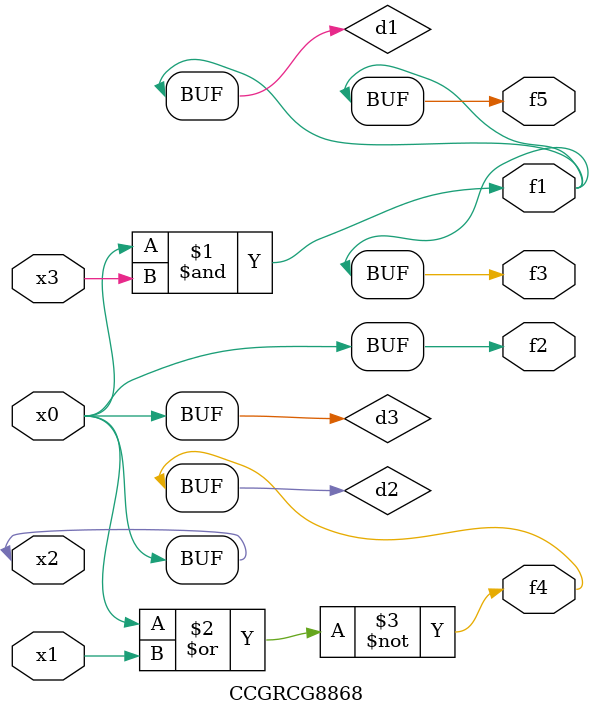
<source format=v>
module CCGRCG8868(
	input x0, x1, x2, x3,
	output f1, f2, f3, f4, f5
);

	wire d1, d2, d3;

	and (d1, x2, x3);
	nor (d2, x0, x1);
	buf (d3, x0, x2);
	assign f1 = d1;
	assign f2 = d3;
	assign f3 = d1;
	assign f4 = d2;
	assign f5 = d1;
endmodule

</source>
